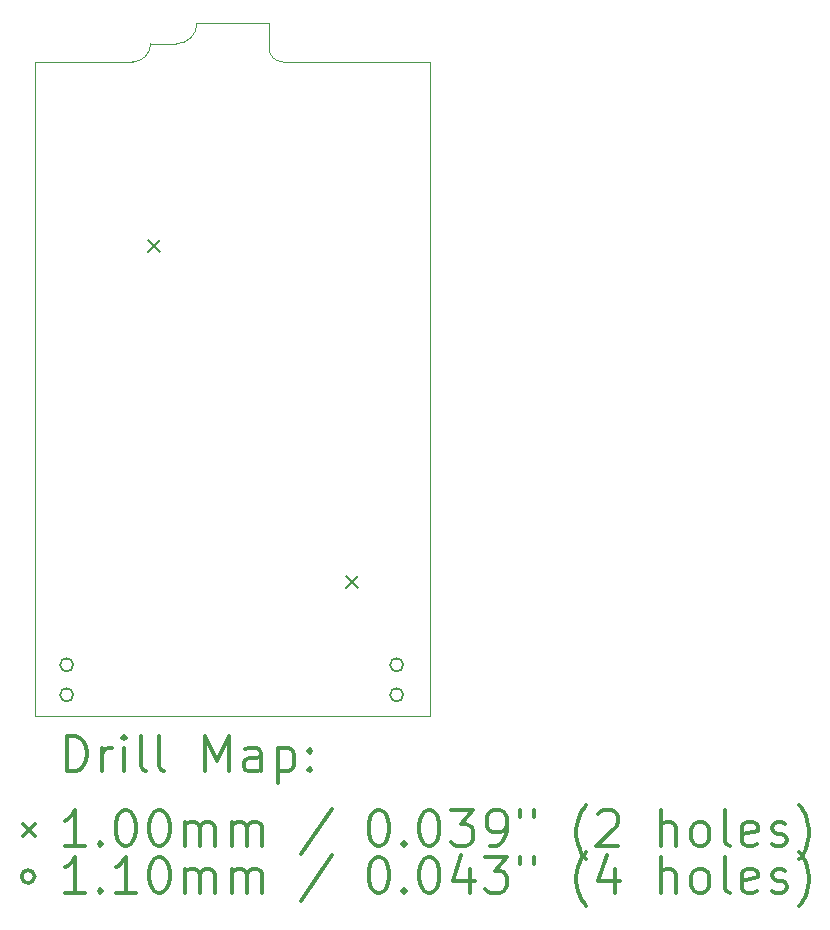
<source format=gbr>
%FSLAX45Y45*%
G04 Gerber Fmt 4.5, Leading zero omitted, Abs format (unit mm)*
G04 Created by KiCad (PCBNEW 4.0.7+dfsg1-1) date Wed Apr 18 03:16:02 2018*
%MOMM*%
%LPD*%
G01*
G04 APERTURE LIST*
%ADD10C,0.127000*%
%ADD11C,0.100000*%
%ADD12C,0.200000*%
%ADD13C,0.300000*%
G04 APERTURE END LIST*
D10*
D11*
X14008100Y-6946900D02*
X14224000Y-6946900D01*
X13855700Y-7099300D02*
G75*
G03X14008100Y-6946900I0J152400D01*
G01*
X14224000Y-6946900D02*
G75*
G03X14401800Y-6769100I0J177800D01*
G01*
X15125700Y-7099300D02*
G75*
G02X15011400Y-6985000I0J114300D01*
G01*
X15011400Y-6769100D02*
X15011400Y-6985000D01*
X13855700Y-7099300D02*
X13030200Y-7099300D01*
X16370300Y-7099300D02*
X15125700Y-7099300D01*
X16370300Y-12636500D02*
X16370300Y-7099300D01*
X13030200Y-7099300D02*
X13030200Y-12636500D01*
X14401800Y-6769100D02*
X15011400Y-6769100D01*
X13030200Y-12636500D02*
X16370300Y-12636500D01*
D12*
X13983500Y-8611400D02*
X14083500Y-8711400D01*
X14083500Y-8611400D02*
X13983500Y-8711400D01*
X15659900Y-11456200D02*
X15759900Y-11556200D01*
X15759900Y-11456200D02*
X15659900Y-11556200D01*
X13351900Y-12204700D02*
G75*
G03X13351900Y-12204700I-55000J0D01*
G01*
X13351900Y-12458700D02*
G75*
G03X13351900Y-12458700I-55000J0D01*
G01*
X16145900Y-12204700D02*
G75*
G03X16145900Y-12204700I-55000J0D01*
G01*
X16145900Y-12458700D02*
G75*
G03X16145900Y-12458700I-55000J0D01*
G01*
D13*
X13296628Y-13107214D02*
X13296628Y-12807214D01*
X13368057Y-12807214D01*
X13410914Y-12821500D01*
X13439486Y-12850071D01*
X13453771Y-12878643D01*
X13468057Y-12935786D01*
X13468057Y-12978643D01*
X13453771Y-13035786D01*
X13439486Y-13064357D01*
X13410914Y-13092929D01*
X13368057Y-13107214D01*
X13296628Y-13107214D01*
X13596628Y-13107214D02*
X13596628Y-12907214D01*
X13596628Y-12964357D02*
X13610914Y-12935786D01*
X13625200Y-12921500D01*
X13653771Y-12907214D01*
X13682343Y-12907214D01*
X13782343Y-13107214D02*
X13782343Y-12907214D01*
X13782343Y-12807214D02*
X13768057Y-12821500D01*
X13782343Y-12835786D01*
X13796628Y-12821500D01*
X13782343Y-12807214D01*
X13782343Y-12835786D01*
X13968057Y-13107214D02*
X13939486Y-13092929D01*
X13925200Y-13064357D01*
X13925200Y-12807214D01*
X14125200Y-13107214D02*
X14096628Y-13092929D01*
X14082343Y-13064357D01*
X14082343Y-12807214D01*
X14468057Y-13107214D02*
X14468057Y-12807214D01*
X14568057Y-13021500D01*
X14668057Y-12807214D01*
X14668057Y-13107214D01*
X14939486Y-13107214D02*
X14939486Y-12950071D01*
X14925200Y-12921500D01*
X14896628Y-12907214D01*
X14839486Y-12907214D01*
X14810914Y-12921500D01*
X14939486Y-13092929D02*
X14910914Y-13107214D01*
X14839486Y-13107214D01*
X14810914Y-13092929D01*
X14796628Y-13064357D01*
X14796628Y-13035786D01*
X14810914Y-13007214D01*
X14839486Y-12992929D01*
X14910914Y-12992929D01*
X14939486Y-12978643D01*
X15082343Y-12907214D02*
X15082343Y-13207214D01*
X15082343Y-12921500D02*
X15110914Y-12907214D01*
X15168057Y-12907214D01*
X15196628Y-12921500D01*
X15210914Y-12935786D01*
X15225200Y-12964357D01*
X15225200Y-13050071D01*
X15210914Y-13078643D01*
X15196628Y-13092929D01*
X15168057Y-13107214D01*
X15110914Y-13107214D01*
X15082343Y-13092929D01*
X15353771Y-13078643D02*
X15368057Y-13092929D01*
X15353771Y-13107214D01*
X15339486Y-13092929D01*
X15353771Y-13078643D01*
X15353771Y-13107214D01*
X15353771Y-12921500D02*
X15368057Y-12935786D01*
X15353771Y-12950071D01*
X15339486Y-12935786D01*
X15353771Y-12921500D01*
X15353771Y-12950071D01*
X12925200Y-13551500D02*
X13025200Y-13651500D01*
X13025200Y-13551500D02*
X12925200Y-13651500D01*
X13453771Y-13737214D02*
X13282343Y-13737214D01*
X13368057Y-13737214D02*
X13368057Y-13437214D01*
X13339486Y-13480071D01*
X13310914Y-13508643D01*
X13282343Y-13522929D01*
X13582343Y-13708643D02*
X13596628Y-13722929D01*
X13582343Y-13737214D01*
X13568057Y-13722929D01*
X13582343Y-13708643D01*
X13582343Y-13737214D01*
X13782343Y-13437214D02*
X13810914Y-13437214D01*
X13839486Y-13451500D01*
X13853771Y-13465786D01*
X13868057Y-13494357D01*
X13882343Y-13551500D01*
X13882343Y-13622929D01*
X13868057Y-13680071D01*
X13853771Y-13708643D01*
X13839486Y-13722929D01*
X13810914Y-13737214D01*
X13782343Y-13737214D01*
X13753771Y-13722929D01*
X13739486Y-13708643D01*
X13725200Y-13680071D01*
X13710914Y-13622929D01*
X13710914Y-13551500D01*
X13725200Y-13494357D01*
X13739486Y-13465786D01*
X13753771Y-13451500D01*
X13782343Y-13437214D01*
X14068057Y-13437214D02*
X14096628Y-13437214D01*
X14125200Y-13451500D01*
X14139486Y-13465786D01*
X14153771Y-13494357D01*
X14168057Y-13551500D01*
X14168057Y-13622929D01*
X14153771Y-13680071D01*
X14139486Y-13708643D01*
X14125200Y-13722929D01*
X14096628Y-13737214D01*
X14068057Y-13737214D01*
X14039486Y-13722929D01*
X14025200Y-13708643D01*
X14010914Y-13680071D01*
X13996628Y-13622929D01*
X13996628Y-13551500D01*
X14010914Y-13494357D01*
X14025200Y-13465786D01*
X14039486Y-13451500D01*
X14068057Y-13437214D01*
X14296628Y-13737214D02*
X14296628Y-13537214D01*
X14296628Y-13565786D02*
X14310914Y-13551500D01*
X14339486Y-13537214D01*
X14382343Y-13537214D01*
X14410914Y-13551500D01*
X14425200Y-13580071D01*
X14425200Y-13737214D01*
X14425200Y-13580071D02*
X14439486Y-13551500D01*
X14468057Y-13537214D01*
X14510914Y-13537214D01*
X14539486Y-13551500D01*
X14553771Y-13580071D01*
X14553771Y-13737214D01*
X14696628Y-13737214D02*
X14696628Y-13537214D01*
X14696628Y-13565786D02*
X14710914Y-13551500D01*
X14739486Y-13537214D01*
X14782343Y-13537214D01*
X14810914Y-13551500D01*
X14825200Y-13580071D01*
X14825200Y-13737214D01*
X14825200Y-13580071D02*
X14839486Y-13551500D01*
X14868057Y-13537214D01*
X14910914Y-13537214D01*
X14939486Y-13551500D01*
X14953771Y-13580071D01*
X14953771Y-13737214D01*
X15539486Y-13422929D02*
X15282343Y-13808643D01*
X15925200Y-13437214D02*
X15953771Y-13437214D01*
X15982343Y-13451500D01*
X15996628Y-13465786D01*
X16010914Y-13494357D01*
X16025200Y-13551500D01*
X16025200Y-13622929D01*
X16010914Y-13680071D01*
X15996628Y-13708643D01*
X15982343Y-13722929D01*
X15953771Y-13737214D01*
X15925200Y-13737214D01*
X15896628Y-13722929D01*
X15882343Y-13708643D01*
X15868057Y-13680071D01*
X15853771Y-13622929D01*
X15853771Y-13551500D01*
X15868057Y-13494357D01*
X15882343Y-13465786D01*
X15896628Y-13451500D01*
X15925200Y-13437214D01*
X16153771Y-13708643D02*
X16168057Y-13722929D01*
X16153771Y-13737214D01*
X16139486Y-13722929D01*
X16153771Y-13708643D01*
X16153771Y-13737214D01*
X16353771Y-13437214D02*
X16382343Y-13437214D01*
X16410914Y-13451500D01*
X16425200Y-13465786D01*
X16439485Y-13494357D01*
X16453771Y-13551500D01*
X16453771Y-13622929D01*
X16439485Y-13680071D01*
X16425200Y-13708643D01*
X16410914Y-13722929D01*
X16382343Y-13737214D01*
X16353771Y-13737214D01*
X16325200Y-13722929D01*
X16310914Y-13708643D01*
X16296628Y-13680071D01*
X16282343Y-13622929D01*
X16282343Y-13551500D01*
X16296628Y-13494357D01*
X16310914Y-13465786D01*
X16325200Y-13451500D01*
X16353771Y-13437214D01*
X16553771Y-13437214D02*
X16739485Y-13437214D01*
X16639485Y-13551500D01*
X16682343Y-13551500D01*
X16710914Y-13565786D01*
X16725200Y-13580071D01*
X16739485Y-13608643D01*
X16739485Y-13680071D01*
X16725200Y-13708643D01*
X16710914Y-13722929D01*
X16682343Y-13737214D01*
X16596628Y-13737214D01*
X16568057Y-13722929D01*
X16553771Y-13708643D01*
X16882343Y-13737214D02*
X16939486Y-13737214D01*
X16968057Y-13722929D01*
X16982343Y-13708643D01*
X17010914Y-13665786D01*
X17025200Y-13608643D01*
X17025200Y-13494357D01*
X17010914Y-13465786D01*
X16996628Y-13451500D01*
X16968057Y-13437214D01*
X16910914Y-13437214D01*
X16882343Y-13451500D01*
X16868057Y-13465786D01*
X16853771Y-13494357D01*
X16853771Y-13565786D01*
X16868057Y-13594357D01*
X16882343Y-13608643D01*
X16910914Y-13622929D01*
X16968057Y-13622929D01*
X16996628Y-13608643D01*
X17010914Y-13594357D01*
X17025200Y-13565786D01*
X17139486Y-13437214D02*
X17139486Y-13494357D01*
X17253771Y-13437214D02*
X17253771Y-13494357D01*
X17696628Y-13851500D02*
X17682343Y-13837214D01*
X17653771Y-13794357D01*
X17639486Y-13765786D01*
X17625200Y-13722929D01*
X17610914Y-13651500D01*
X17610914Y-13594357D01*
X17625200Y-13522929D01*
X17639486Y-13480071D01*
X17653771Y-13451500D01*
X17682343Y-13408643D01*
X17696628Y-13394357D01*
X17796628Y-13465786D02*
X17810914Y-13451500D01*
X17839486Y-13437214D01*
X17910914Y-13437214D01*
X17939486Y-13451500D01*
X17953771Y-13465786D01*
X17968057Y-13494357D01*
X17968057Y-13522929D01*
X17953771Y-13565786D01*
X17782343Y-13737214D01*
X17968057Y-13737214D01*
X18325200Y-13737214D02*
X18325200Y-13437214D01*
X18453771Y-13737214D02*
X18453771Y-13580071D01*
X18439486Y-13551500D01*
X18410914Y-13537214D01*
X18368057Y-13537214D01*
X18339486Y-13551500D01*
X18325200Y-13565786D01*
X18639486Y-13737214D02*
X18610914Y-13722929D01*
X18596628Y-13708643D01*
X18582343Y-13680071D01*
X18582343Y-13594357D01*
X18596628Y-13565786D01*
X18610914Y-13551500D01*
X18639486Y-13537214D01*
X18682343Y-13537214D01*
X18710914Y-13551500D01*
X18725200Y-13565786D01*
X18739486Y-13594357D01*
X18739486Y-13680071D01*
X18725200Y-13708643D01*
X18710914Y-13722929D01*
X18682343Y-13737214D01*
X18639486Y-13737214D01*
X18910914Y-13737214D02*
X18882343Y-13722929D01*
X18868057Y-13694357D01*
X18868057Y-13437214D01*
X19139486Y-13722929D02*
X19110914Y-13737214D01*
X19053771Y-13737214D01*
X19025200Y-13722929D01*
X19010914Y-13694357D01*
X19010914Y-13580071D01*
X19025200Y-13551500D01*
X19053771Y-13537214D01*
X19110914Y-13537214D01*
X19139486Y-13551500D01*
X19153771Y-13580071D01*
X19153771Y-13608643D01*
X19010914Y-13637214D01*
X19268057Y-13722929D02*
X19296629Y-13737214D01*
X19353771Y-13737214D01*
X19382343Y-13722929D01*
X19396629Y-13694357D01*
X19396629Y-13680071D01*
X19382343Y-13651500D01*
X19353771Y-13637214D01*
X19310914Y-13637214D01*
X19282343Y-13622929D01*
X19268057Y-13594357D01*
X19268057Y-13580071D01*
X19282343Y-13551500D01*
X19310914Y-13537214D01*
X19353771Y-13537214D01*
X19382343Y-13551500D01*
X19496628Y-13851500D02*
X19510914Y-13837214D01*
X19539486Y-13794357D01*
X19553771Y-13765786D01*
X19568057Y-13722929D01*
X19582343Y-13651500D01*
X19582343Y-13594357D01*
X19568057Y-13522929D01*
X19553771Y-13480071D01*
X19539486Y-13451500D01*
X19510914Y-13408643D01*
X19496628Y-13394357D01*
X13025200Y-13997500D02*
G75*
G03X13025200Y-13997500I-55000J0D01*
G01*
X13453771Y-14133214D02*
X13282343Y-14133214D01*
X13368057Y-14133214D02*
X13368057Y-13833214D01*
X13339486Y-13876071D01*
X13310914Y-13904643D01*
X13282343Y-13918929D01*
X13582343Y-14104643D02*
X13596628Y-14118929D01*
X13582343Y-14133214D01*
X13568057Y-14118929D01*
X13582343Y-14104643D01*
X13582343Y-14133214D01*
X13882343Y-14133214D02*
X13710914Y-14133214D01*
X13796628Y-14133214D02*
X13796628Y-13833214D01*
X13768057Y-13876071D01*
X13739486Y-13904643D01*
X13710914Y-13918929D01*
X14068057Y-13833214D02*
X14096628Y-13833214D01*
X14125200Y-13847500D01*
X14139486Y-13861786D01*
X14153771Y-13890357D01*
X14168057Y-13947500D01*
X14168057Y-14018929D01*
X14153771Y-14076071D01*
X14139486Y-14104643D01*
X14125200Y-14118929D01*
X14096628Y-14133214D01*
X14068057Y-14133214D01*
X14039486Y-14118929D01*
X14025200Y-14104643D01*
X14010914Y-14076071D01*
X13996628Y-14018929D01*
X13996628Y-13947500D01*
X14010914Y-13890357D01*
X14025200Y-13861786D01*
X14039486Y-13847500D01*
X14068057Y-13833214D01*
X14296628Y-14133214D02*
X14296628Y-13933214D01*
X14296628Y-13961786D02*
X14310914Y-13947500D01*
X14339486Y-13933214D01*
X14382343Y-13933214D01*
X14410914Y-13947500D01*
X14425200Y-13976071D01*
X14425200Y-14133214D01*
X14425200Y-13976071D02*
X14439486Y-13947500D01*
X14468057Y-13933214D01*
X14510914Y-13933214D01*
X14539486Y-13947500D01*
X14553771Y-13976071D01*
X14553771Y-14133214D01*
X14696628Y-14133214D02*
X14696628Y-13933214D01*
X14696628Y-13961786D02*
X14710914Y-13947500D01*
X14739486Y-13933214D01*
X14782343Y-13933214D01*
X14810914Y-13947500D01*
X14825200Y-13976071D01*
X14825200Y-14133214D01*
X14825200Y-13976071D02*
X14839486Y-13947500D01*
X14868057Y-13933214D01*
X14910914Y-13933214D01*
X14939486Y-13947500D01*
X14953771Y-13976071D01*
X14953771Y-14133214D01*
X15539486Y-13818929D02*
X15282343Y-14204643D01*
X15925200Y-13833214D02*
X15953771Y-13833214D01*
X15982343Y-13847500D01*
X15996628Y-13861786D01*
X16010914Y-13890357D01*
X16025200Y-13947500D01*
X16025200Y-14018929D01*
X16010914Y-14076071D01*
X15996628Y-14104643D01*
X15982343Y-14118929D01*
X15953771Y-14133214D01*
X15925200Y-14133214D01*
X15896628Y-14118929D01*
X15882343Y-14104643D01*
X15868057Y-14076071D01*
X15853771Y-14018929D01*
X15853771Y-13947500D01*
X15868057Y-13890357D01*
X15882343Y-13861786D01*
X15896628Y-13847500D01*
X15925200Y-13833214D01*
X16153771Y-14104643D02*
X16168057Y-14118929D01*
X16153771Y-14133214D01*
X16139486Y-14118929D01*
X16153771Y-14104643D01*
X16153771Y-14133214D01*
X16353771Y-13833214D02*
X16382343Y-13833214D01*
X16410914Y-13847500D01*
X16425200Y-13861786D01*
X16439485Y-13890357D01*
X16453771Y-13947500D01*
X16453771Y-14018929D01*
X16439485Y-14076071D01*
X16425200Y-14104643D01*
X16410914Y-14118929D01*
X16382343Y-14133214D01*
X16353771Y-14133214D01*
X16325200Y-14118929D01*
X16310914Y-14104643D01*
X16296628Y-14076071D01*
X16282343Y-14018929D01*
X16282343Y-13947500D01*
X16296628Y-13890357D01*
X16310914Y-13861786D01*
X16325200Y-13847500D01*
X16353771Y-13833214D01*
X16710914Y-13933214D02*
X16710914Y-14133214D01*
X16639485Y-13818929D02*
X16568057Y-14033214D01*
X16753771Y-14033214D01*
X16839486Y-13833214D02*
X17025200Y-13833214D01*
X16925200Y-13947500D01*
X16968057Y-13947500D01*
X16996628Y-13961786D01*
X17010914Y-13976071D01*
X17025200Y-14004643D01*
X17025200Y-14076071D01*
X17010914Y-14104643D01*
X16996628Y-14118929D01*
X16968057Y-14133214D01*
X16882343Y-14133214D01*
X16853771Y-14118929D01*
X16839486Y-14104643D01*
X17139486Y-13833214D02*
X17139486Y-13890357D01*
X17253771Y-13833214D02*
X17253771Y-13890357D01*
X17696628Y-14247500D02*
X17682343Y-14233214D01*
X17653771Y-14190357D01*
X17639486Y-14161786D01*
X17625200Y-14118929D01*
X17610914Y-14047500D01*
X17610914Y-13990357D01*
X17625200Y-13918929D01*
X17639486Y-13876071D01*
X17653771Y-13847500D01*
X17682343Y-13804643D01*
X17696628Y-13790357D01*
X17939486Y-13933214D02*
X17939486Y-14133214D01*
X17868057Y-13818929D02*
X17796628Y-14033214D01*
X17982343Y-14033214D01*
X18325200Y-14133214D02*
X18325200Y-13833214D01*
X18453771Y-14133214D02*
X18453771Y-13976071D01*
X18439486Y-13947500D01*
X18410914Y-13933214D01*
X18368057Y-13933214D01*
X18339486Y-13947500D01*
X18325200Y-13961786D01*
X18639486Y-14133214D02*
X18610914Y-14118929D01*
X18596628Y-14104643D01*
X18582343Y-14076071D01*
X18582343Y-13990357D01*
X18596628Y-13961786D01*
X18610914Y-13947500D01*
X18639486Y-13933214D01*
X18682343Y-13933214D01*
X18710914Y-13947500D01*
X18725200Y-13961786D01*
X18739486Y-13990357D01*
X18739486Y-14076071D01*
X18725200Y-14104643D01*
X18710914Y-14118929D01*
X18682343Y-14133214D01*
X18639486Y-14133214D01*
X18910914Y-14133214D02*
X18882343Y-14118929D01*
X18868057Y-14090357D01*
X18868057Y-13833214D01*
X19139486Y-14118929D02*
X19110914Y-14133214D01*
X19053771Y-14133214D01*
X19025200Y-14118929D01*
X19010914Y-14090357D01*
X19010914Y-13976071D01*
X19025200Y-13947500D01*
X19053771Y-13933214D01*
X19110914Y-13933214D01*
X19139486Y-13947500D01*
X19153771Y-13976071D01*
X19153771Y-14004643D01*
X19010914Y-14033214D01*
X19268057Y-14118929D02*
X19296629Y-14133214D01*
X19353771Y-14133214D01*
X19382343Y-14118929D01*
X19396629Y-14090357D01*
X19396629Y-14076071D01*
X19382343Y-14047500D01*
X19353771Y-14033214D01*
X19310914Y-14033214D01*
X19282343Y-14018929D01*
X19268057Y-13990357D01*
X19268057Y-13976071D01*
X19282343Y-13947500D01*
X19310914Y-13933214D01*
X19353771Y-13933214D01*
X19382343Y-13947500D01*
X19496628Y-14247500D02*
X19510914Y-14233214D01*
X19539486Y-14190357D01*
X19553771Y-14161786D01*
X19568057Y-14118929D01*
X19582343Y-14047500D01*
X19582343Y-13990357D01*
X19568057Y-13918929D01*
X19553771Y-13876071D01*
X19539486Y-13847500D01*
X19510914Y-13804643D01*
X19496628Y-13790357D01*
M02*

</source>
